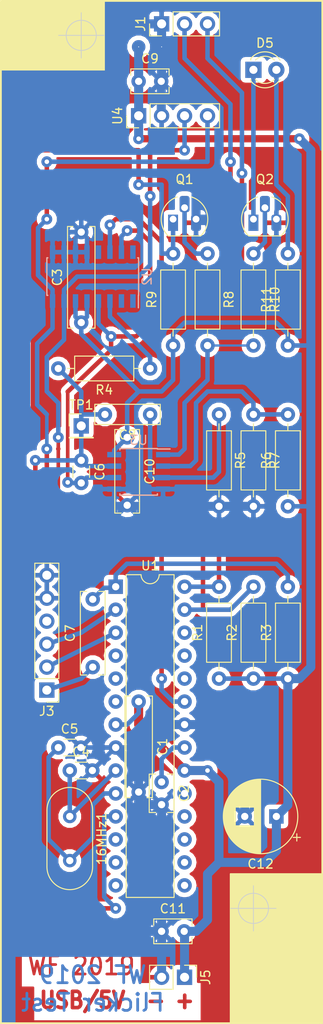
<source format=kicad_pcb>
(kicad_pcb (version 20171130) (host pcbnew "(5.0.2-4-g3082e92af)")
  (layers (0 F.Cu signal) (31 B.Cu signal) (34 B.Paste user) (35 F.Paste user) (36 B.SilkS user) (37 F.SilkS user) (38 B.Mask user) (39 F.Mask user) (44 Edge.Cuts user))
  (net 0 "")
  (net 1 "Net-(16MHz1-Pad1)")
  (net 2 "Net-(16MHz1-Pad2)")
  (net 3 +5V)
  (net 4 GNDD)
  (net 5 "Net-(C2-Pad1)")
  (net 6 /ADC0)
  (net 7 "Net-(C6-Pad2)")
  (net 8 "Net-(C7-Pad2)")
  (net 9 /RST)
  (net 10 "Net-(C8-Pad1)")
  (net 11 "Net-(D5-Pad1)")
  (net 12 "Net-(D5-Pad2)")
  (net 13 "Net-(J1-Pad2)")
  (net 14 /TX)
  (net 15 /RX)
  (net 16 "Net-(J3-Pad4)")
  (net 17 "Net-(Q1-Pad2)")
  (net 18 "Net-(Q2-Pad2)")
  (net 19 /SCL)
  (net 20 /SDA)
  (net 21 "Net-(R4-Pad1)")
  (net 22 "Net-(R6-Pad2)")
  (net 23 "Net-(R10-Pad2)")
  (net 24 "Net-(U1-Pad15)")
  (net 25 "Net-(U1-Pad16)")
  (net 26 "Net-(U1-Pad17)")
  (net 27 "Net-(U1-Pad4)")
  (net 28 "Net-(U1-Pad18)")
  (net 29 "Net-(U1-Pad5)")
  (net 30 "Net-(U1-Pad19)")
  (net 31 "Net-(U1-Pad6)")
  (net 32 "Net-(U1-Pad24)")
  (net 33 "Net-(U1-Pad25)")
  (net 34 "Net-(U1-Pad12)")
  (net 35 "Net-(U1-Pad26)")
  (net 36 "Net-(U1-Pad13)")
  (net 37 "Net-(U2-Pad1)")
  (net 38 "Net-(U2-Pad2)")
  (net 39 "Net-(U2-Pad13)")
  (net 40 "Net-(U2-Pad16)")
  (net 41 /TMR1-T1Clock)
  (net 42 "Net-(U1-Pad14)")
  (module Package_TO_SOT_THT:TO-92_HandSolder (layer F.Cu) (at 67.31 90.17)
    (fp_text reference Q1 (at 1.27 -4.4) (layer F.SilkS))
    (fp_text value BC547)
    (pad 1 thru_hole rect (at 0 0) (size 1.1 1.8) (drill 0.75 (offset 0 0.4)) (layers *.Cu *.Mask) (net 41 /TMR1-T1Clock))
    (pad 3 thru_hole roundrect (at 2.54 0) (size 1.1 1.8) (drill 0.75 (offset 0 0.4)) (layers *.Cu *.Mask) (net 4 GNDD))
    (pad 2 thru_hole roundrect (at 1.27 -1.27) (size 1.1 1.8) (drill 0.75 (offset 0 -0.4)) (layers *.Cu *.Mask) (net 17 "Net-(Q1-Pad2)"))
  )
  (module Package_TO_SOT_THT:TO-92_HandSolder (layer F.Cu) (at 76.2 90.17)
    (fp_text reference Q2 (at 1.27 -4.4) (layer F.SilkS))
    (fp_text value BC547)
    (pad 1 thru_hole rect (at 0 0) (size 1.1 1.8) (drill 0.75 (offset 0 0.4)) (layers *.Cu *.Mask) (net 11 "Net-(D5-Pad1)"))
    (pad 3 thru_hole roundrect (at 2.54 0) (size 1.1 1.8) (drill 0.75 (offset 0 0.4)) (layers *.Cu *.Mask) (net 4 GNDD))
    (pad 2 thru_hole roundrect (at 1.27 -1.27) (size 1.1 1.8) (drill 0.75 (offset 0 -0.4)) (layers *.Cu *.Mask) (net 18 "Net-(Q2-Pad2)"))
  )
  (module Capacitor_THT:C_Rect_L7.0mm_W2.0mm_P5.00mm (layer F.Cu) (at 64.77 111.76 180)
    (fp_text reference C8 (at 2.5 -2.25 180) (layer F.SilkS))
    (fp_text value 100n)
    (pad 2 thru_hole circle (at 5 0 180) (size 1.6 1.6) (drill 0.8) (layers *.Cu *.Mask) (net 6 /ADC0))
    (pad 1 thru_hole circle (at 0 0 180) (size 1.6 1.6) (drill 0.8) (layers *.Cu *.Mask) (net 10 "Net-(C8-Pad1)"))
  )
  (module Package_SO:SOIC-16_3.9x9.9mm_P1.27mm (layer B.Cu) (at 58.42 96.52 90)
    (fp_text reference U2 (at 0 6 90) (layer B.SilkS) (effects (justify mirror)))
    (fp_text value AD5242)
    (pad 1 smd rect (at -2.7 4.445 90) (size 1.5 0.6) (layers B.Cu B.Paste B.Mask) (net 37 "Net-(U2-Pad1)"))
    (pad 2 smd rect (at -2.7 3.175 90) (size 1.5 0.6) (layers B.Cu B.Paste B.Mask) (net 38 "Net-(U2-Pad2)"))
    (pad 3 smd rect (at -2.7 1.905 90) (size 1.5 0.6) (layers B.Cu B.Paste B.Mask) (net 21 "Net-(R4-Pad1)"))
    (pad 4 smd rect (at -2.7 0.635 90) (size 1.5 0.6) (layers B.Cu B.Paste B.Mask) (net 7 "Net-(C6-Pad2)"))
    (pad 5 smd rect (at -2.7 -0.635 90) (size 1.5 0.6) (layers B.Cu B.Paste B.Mask) (net 3 +5V))
    (pad 6 smd rect (at -2.7 -1.905 90) (size 1.5 0.6) (layers B.Cu B.Paste B.Mask) (net 3 +5V))
    (pad 7 smd rect (at -2.7 -3.175 90) (size 1.5 0.6) (layers B.Cu B.Paste B.Mask) (net 19 /SCL))
    (pad 8 smd rect (at -2.7 -4.445 90) (size 1.5 0.6) (layers B.Cu B.Paste B.Mask) (net 20 /SDA))
    (pad 9 smd rect (at 2.7 -4.445 90) (size 1.5 0.6) (layers B.Cu B.Paste B.Mask) (net 4 GNDD))
    (pad 10 smd rect (at 2.7 -3.175 90) (size 1.5 0.6) (layers B.Cu B.Paste B.Mask) (net 4 GNDD))
    (pad 11 smd rect (at 2.7 -1.905 90) (size 1.5 0.6) (layers B.Cu B.Paste B.Mask) (net 4 GNDD))
    (pad 12 smd rect (at 2.7 -0.635 90) (size 1.5 0.6) (layers B.Cu B.Paste B.Mask) (net 4 GNDD))
    (pad 13 smd rect (at 2.7 0.635 90) (size 1.5 0.6) (layers B.Cu B.Paste B.Mask) (net 39 "Net-(U2-Pad13)"))
    (pad 14 smd rect (at 2.7 1.905 90) (size 1.5 0.6) (layers B.Cu B.Paste B.Mask) (net 13 "Net-(J1-Pad2)"))
    (pad 15 smd rect (at 2.7 3.175 90) (size 1.5 0.6) (layers B.Cu B.Paste B.Mask) (net 7 "Net-(C6-Pad2)"))
    (pad 16 smd rect (at 2.7 4.445 90) (size 1.5 0.6) (layers B.Cu B.Paste B.Mask) (net 40 "Net-(U2-Pad16)"))
  )
  (module Capacitor_THT:C_Disc_D3.0mm_W1.6mm_P2.50mm (layer F.Cu) (at 57.15 116.84 270)
    (fp_text reference C6 (at 1.25 -2.05 270) (layer F.SilkS))
    (fp_text value 12p)
    (pad 2 thru_hole circle (at 2.5 0 270) (size 1.6 1.6) (drill 0.8) (layers *.Cu *.Mask) (net 7 "Net-(C6-Pad2)"))
    (pad 1 thru_hole circle (at 0 0 270) (size 1.6 1.6) (drill 0.8) (layers *.Cu *.Mask) (net 6 /ADC0))
  )
  (module Capacitor_THT:CP_Radial_D8.0mm_P3.50mm (layer F.Cu) (at 78.74 156.21 180)
    (fp_text reference C12 (at 1.75 -5.25 180) (layer F.SilkS))
    (fp_text value 1000µ)
    (pad 1 thru_hole rect (at 0 0 180) (size 1.6 1.6) (drill 0.8) (layers *.Cu *.Mask) (net 3 +5V))
    (pad 2 thru_hole circle (at 3.5 0 180) (size 1.6 1.6) (drill 0.8) (layers *.Cu *.Mask) (net 4 GNDD))
  )
  (module Capacitor_THT:C_Rect_L9.0mm_W2.5mm_P7.50mm_MKT (layer F.Cu) (at 62.23 114.3 270)
    (fp_text reference C10 (at 3.75 -2.5 270) (layer F.SilkS))
    (fp_text value 100n)
    (pad 1 thru_hole circle (at 0 0 270) (size 1.6 1.6) (drill 0.8) (layers *.Cu *.Mask) (net 3 +5V))
    (pad 2 thru_hole circle (at 7.5 0 270) (size 1.6 1.6) (drill 0.8) (layers *.Cu *.Mask) (net 4 GNDD))
  )
  (module Capacitor_THT:C_Rect_L9.0mm_W2.5mm_P7.50mm_MKT (layer F.Cu) (at 58.42 139.7 90)
    (fp_text reference C7 (at 3.75 -2.5 90) (layer F.SilkS))
    (fp_text value 100n)
    (pad 2 thru_hole circle (at 7.5 0 90) (size 1.6 1.6) (drill 0.8) (layers *.Cu *.Mask) (net 8 "Net-(C7-Pad2)"))
    (pad 1 thru_hole circle (at 0 0 90) (size 1.6 1.6) (drill 0.8) (layers *.Cu *.Mask) (net 9 /RST))
  )
  (module Capacitor_THT:C_Rect_L11.0mm_W2.8mm_P10.00mm_MKT (layer F.Cu) (at 63.5 143.51 270)
    (fp_text reference C1 (at 5 -2.65 270) (layer F.SilkS))
    (fp_text value 100n)
    (pad 2 thru_hole circle (at 10 0 270) (size 1.6 1.6) (drill 0.8) (layers *.Cu *.Mask) (net 4 GNDD))
    (pad 1 thru_hole circle (at 0 0 270) (size 1.6 1.6) (drill 0.8) (layers *.Cu *.Mask) (net 3 +5V))
  )
  (module Capacitor_THT:C_Rect_L11.0mm_W2.8mm_P10.00mm_MKT (layer F.Cu) (at 57.15 101.6 90)
    (fp_text reference C3 (at 5 -2.65 90) (layer F.SilkS))
    (fp_text value 100n)
    (pad 2 thru_hole circle (at 10 0 90) (size 1.6 1.6) (drill 0.8) (layers *.Cu *.Mask) (net 4 GNDD))
    (pad 1 thru_hole circle (at 0 0 90) (size 1.6 1.6) (drill 0.8) (layers *.Cu *.Mask) (net 3 +5V))
  )
  (module Connector_PinHeader_2.54mm:PinHeader_1x02_P2.54mm_Vertical (layer F.Cu) (at 68.58 173.99 270)
    (fp_text reference J5 (at 0 -2.33 270) (layer F.SilkS))
    (fp_text value "PWR(5V)")
    (pad 2 thru_hole oval (at 0 2.54 270) (size 1.7 1.7) (drill 1) (layers *.Cu *.Mask) (net 4 GNDD))
    (pad 1 thru_hole rect (at 0 0 270) (size 1.7 1.7) (drill 1) (layers *.Cu *.Mask) (net 3 +5V))
  )
  (module Capacitor_THT:C_Rect_L4.0mm_W2.5mm_P2.50mm (layer F.Cu) (at 66.04 152.4 270)
    (fp_text reference C2 (at 1.25 -2.5 270) (layer F.SilkS))
    (fp_text value 100n)
    (pad 2 thru_hole circle (at 2.5 0 270) (size 1.6 1.6) (drill 0.8) (layers *.Cu *.Mask) (net 4 GNDD))
    (pad 1 thru_hole circle (at 0 0 270) (size 1.6 1.6) (drill 0.8) (layers *.Cu *.Mask) (net 5 "Net-(C2-Pad1)"))
  )
  (module Capacitor_THT:C_Disc_D3.0mm_W1.6mm_P2.50mm (layer F.Cu) (at 55.88 151.13)
    (fp_text reference C4 (at 1.25 -2.05) (layer F.SilkS))
    (fp_text value 22p)
    (pad 2 thru_hole circle (at 2.5 0) (size 1.6 1.6) (drill 0.8) (layers *.Cu *.Mask) (net 4 GNDD))
    (pad 1 thru_hole circle (at 0 0) (size 1.6 1.6) (drill 0.8) (layers *.Cu *.Mask) (net 1 "Net-(16MHz1-Pad1)"))
  )
  (module Capacitor_THT:C_Disc_D3.0mm_W1.6mm_P2.50mm (layer F.Cu) (at 54.61 148.59)
    (fp_text reference C5 (at 1.25 -2.05) (layer F.SilkS))
    (fp_text value 22p)
    (pad 1 thru_hole circle (at 0 0) (size 1.6 1.6) (drill 0.8) (layers *.Cu *.Mask) (net 2 "Net-(16MHz1-Pad2)"))
    (pad 2 thru_hole circle (at 2.5 0) (size 1.6 1.6) (drill 0.8) (layers *.Cu *.Mask) (net 4 GNDD))
  )
  (module Capacitor_THT:C_Rect_L4.0mm_W2.5mm_P2.50mm (layer F.Cu) (at 63.5 74.93)
    (fp_text reference C9 (at 1.25 -2.5) (layer F.SilkS))
    (fp_text value 100n)
    (pad 1 thru_hole circle (at 0 0) (size 1.6 1.6) (drill 0.8) (layers *.Cu *.Mask) (net 3 +5V))
    (pad 2 thru_hole circle (at 2.5 0) (size 1.6 1.6) (drill 0.8) (layers *.Cu *.Mask) (net 4 GNDD))
  )
  (module Capacitor_THT:C_Rect_L4.0mm_W2.5mm_P2.50mm (layer F.Cu) (at 66.04 168.91)
    (fp_text reference C11 (at 1.25 -2.5) (layer F.SilkS))
    (fp_text value 100n)
    (pad 1 thru_hole circle (at 0 0) (size 1.6 1.6) (drill 0.8) (layers *.Cu *.Mask) (net 4 GNDD))
    (pad 2 thru_hole circle (at 2.5 0) (size 1.6 1.6) (drill 0.8) (layers *.Cu *.Mask) (net 3 +5V))
  )
  (module Connector_PinHeader_2.54mm:PinHeader_1x03_P2.54mm_Vertical (layer F.Cu) (at 66.04 68.58 90)
    (fp_text reference J1 (at 0 -2.33 90) (layer F.SilkS))
    (fp_text value Ds)
    (pad 3 thru_hole oval (at 0 5.08 90) (size 1.7 1.7) (drill 1) (layers *.Cu *.Mask) (net 7 "Net-(C6-Pad2)"))
    (pad 2 thru_hole oval (at 0 2.54 90) (size 1.7 1.7) (drill 1) (layers *.Cu *.Mask) (net 13 "Net-(J1-Pad2)"))
    (pad 1 thru_hole rect (at 0 0 90) (size 1.7 1.7) (drill 1) (layers *.Cu *.Mask) (net 4 GNDD))
  )
  (module Connector_PinHeader_2.54mm:PinHeader_1x06_P2.54mm_Vertical (layer F.Cu) (at 53.34 142.24 180)
    (fp_text reference J3 (at 0 -2.33 180) (layer F.SilkS))
    (fp_text value FTDI)
    (pad 1 thru_hole rect (at 0 0 180) (size 1.7 1.7) (drill 1) (layers *.Cu *.Mask) (net 9 /RST))
    (pad 2 thru_hole oval (at 0 2.54 180) (size 1.7 1.7) (drill 1) (layers *.Cu *.Mask) (net 14 /TX))
    (pad 3 thru_hole oval (at 0 5.08 180) (size 1.7 1.7) (drill 1) (layers *.Cu *.Mask) (net 15 /RX))
    (pad 4 thru_hole oval (at 0 7.62 180) (size 1.7 1.7) (drill 1) (layers *.Cu *.Mask) (net 16 "Net-(J3-Pad4)"))
    (pad 5 thru_hole oval (at 0 10.16 180) (size 1.7 1.7) (drill 1) (layers *.Cu *.Mask) (net 4 GNDD))
    (pad 6 thru_hole oval (at 0 12.7 180) (size 1.7 1.7) (drill 1) (layers *.Cu *.Mask) (net 4 GNDD))
  )
  (module Resistor_THT:R_Axial_DIN0207_L6.3mm_D2.5mm_P10.16mm_Horizontal (layer F.Cu) (at 72.39 140.97 90)
    (fp_text reference R1 (at 5.08 -2.37 90) (layer F.SilkS))
    (fp_text value 10k)
    (pad 2 thru_hole oval (at 10.16 0 90) (size 1.6 1.6) (drill 0.8) (layers *.Cu *.Mask) (net 19 /SCL))
    (pad 1 thru_hole circle (at 0 0 90) (size 1.6 1.6) (drill 0.8) (layers *.Cu *.Mask) (net 3 +5V))
  )
  (module Resistor_THT:R_Axial_DIN0207_L6.3mm_D2.5mm_P10.16mm_Horizontal (layer F.Cu) (at 76.2 140.97 90)
    (fp_text reference R2 (at 5.08 -2.37 90) (layer F.SilkS))
    (fp_text value 10k)
    (pad 2 thru_hole oval (at 10.16 0 90) (size 1.6 1.6) (drill 0.8) (layers *.Cu *.Mask) (net 20 /SDA))
    (pad 1 thru_hole circle (at 0 0 90) (size 1.6 1.6) (drill 0.8) (layers *.Cu *.Mask) (net 3 +5V))
  )
  (module Resistor_THT:R_Axial_DIN0207_L6.3mm_D2.5mm_P10.16mm_Horizontal (layer F.Cu) (at 80.01 140.97 90)
    (fp_text reference R3 (at 5.08 -2.37 90) (layer F.SilkS))
    (fp_text value 10k)
    (pad 1 thru_hole circle (at 0 0 90) (size 1.6 1.6) (drill 0.8) (layers *.Cu *.Mask) (net 3 +5V))
    (pad 2 thru_hole oval (at 10.16 0 90) (size 1.6 1.6) (drill 0.8) (layers *.Cu *.Mask) (net 8 "Net-(C7-Pad2)"))
  )
  (module Resistor_THT:R_Axial_DIN0207_L6.3mm_D2.5mm_P10.16mm_Horizontal (layer F.Cu) (at 64.77 106.68 180)
    (fp_text reference R4 (at 5.08 -2.37 180) (layer F.SilkS))
    (fp_text value 10k)
    (pad 1 thru_hole circle (at 0 0 180) (size 1.6 1.6) (drill 0.8) (layers *.Cu *.Mask) (net 21 "Net-(R4-Pad1)"))
    (pad 2 thru_hole oval (at 10.16 0 180) (size 1.6 1.6) (drill 0.8) (layers *.Cu *.Mask) (net 6 /ADC0))
  )
  (module Resistor_THT:R_Axial_DIN0207_L6.3mm_D2.5mm_P10.16mm_Horizontal (layer F.Cu) (at 72.39 111.76 270)
    (fp_text reference R5 (at 5.08 -2.37 270) (layer F.SilkS))
    (fp_text value 1M)
    (pad 2 thru_hole oval (at 10.16 0 270) (size 1.6 1.6) (drill 0.8) (layers *.Cu *.Mask) (net 4 GNDD))
    (pad 1 thru_hole circle (at 0 0 270) (size 1.6 1.6) (drill 0.8) (layers *.Cu *.Mask) (net 10 "Net-(C8-Pad1)"))
  )
  (module Resistor_THT:R_Axial_DIN0207_L6.3mm_D2.5mm_P10.16mm_Horizontal (layer F.Cu) (at 80.01 121.92 90)
    (fp_text reference R6 (at 5.08 -2.37 90) (layer F.SilkS))
    (fp_text value 120k)
    (pad 1 thru_hole circle (at 0 0 90) (size 1.6 1.6) (drill 0.8) (layers *.Cu *.Mask) (net 3 +5V))
    (pad 2 thru_hole oval (at 10.16 0 90) (size 1.6 1.6) (drill 0.8) (layers *.Cu *.Mask) (net 22 "Net-(R6-Pad2)"))
  )
  (module Resistor_THT:R_Axial_DIN0207_L6.3mm_D2.5mm_P10.16mm_Horizontal (layer F.Cu) (at 76.2 111.76 270)
    (fp_text reference R7 (at 5.08 -2.37 270) (layer F.SilkS))
    (fp_text value 1,5k)
    (pad 1 thru_hole circle (at 0 0 270) (size 1.6 1.6) (drill 0.8) (layers *.Cu *.Mask) (net 22 "Net-(R6-Pad2)"))
    (pad 2 thru_hole oval (at 10.16 0 270) (size 1.6 1.6) (drill 0.8) (layers *.Cu *.Mask) (net 4 GNDD))
  )
  (module Resistor_THT:R_Axial_DIN0207_L6.3mm_D2.5mm_P10.16mm_Horizontal (layer F.Cu) (at 71.12 93.98 270)
    (fp_text reference R8 (at 5.08 -2.37 270) (layer F.SilkS))
    (fp_text value 1k)
    (pad 2 thru_hole oval (at 10.16 0 270) (size 1.6 1.6) (drill 0.8) (layers *.Cu *.Mask) (net 23 "Net-(R10-Pad2)"))
    (pad 1 thru_hole circle (at 0 0 270) (size 1.6 1.6) (drill 0.8) (layers *.Cu *.Mask) (net 17 "Net-(Q1-Pad2)"))
  )
  (module Resistor_THT:R_Axial_DIN0207_L6.3mm_D2.5mm_P10.16mm_Horizontal (layer F.Cu) (at 67.31 104.14 90)
    (fp_text reference R9 (at 5.08 -2.37 90) (layer F.SilkS))
    (fp_text value 1,5k)
    (pad 2 thru_hole oval (at 10.16 0 90) (size 1.6 1.6) (drill 0.8) (layers *.Cu *.Mask) (net 41 /TMR1-T1Clock))
    (pad 1 thru_hole circle (at 0 0 90) (size 1.6 1.6) (drill 0.8) (layers *.Cu *.Mask) (net 3 +5V))
  )
  (module Resistor_THT:R_Axial_DIN0207_L6.3mm_D2.5mm_P10.16mm_Horizontal (layer F.Cu) (at 76.2 93.98 270)
    (fp_text reference R10 (at 5.08 -2.37 270) (layer F.SilkS))
    (fp_text value 100k)
    (pad 1 thru_hole circle (at 0 0 270) (size 1.6 1.6) (drill 0.8) (layers *.Cu *.Mask) (net 18 "Net-(Q2-Pad2)"))
    (pad 2 thru_hole oval (at 10.16 0 270) (size 1.6 1.6) (drill 0.8) (layers *.Cu *.Mask) (net 23 "Net-(R10-Pad2)"))
  )
  (module Resistor_THT:R_Axial_DIN0207_L6.3mm_D2.5mm_P10.16mm_Horizontal (layer F.Cu) (at 80.01 104.14 90)
    (fp_text reference R11 (at 5.08 -2.37 90) (layer F.SilkS))
    (fp_text value 1,5k)
    (pad 1 thru_hole circle (at 0 0 90) (size 1.6 1.6) (drill 0.8) (layers *.Cu *.Mask) (net 3 +5V))
    (pad 2 thru_hole oval (at 10.16 0 90) (size 1.6 1.6) (drill 0.8) (layers *.Cu *.Mask) (net 12 "Net-(D5-Pad2)"))
  )
  (module Connector_PinHeader_2.54mm:PinHeader_1x01_P2.54mm_Vertical (layer F.Cu) (at 57.15 113.03)
    (fp_text reference TP1 (at 0 -2.33) (layer F.SilkS))
    (fp_text value TestPoint)
    (pad 1 thru_hole rect (at 0 0) (size 1.7 1.7) (drill 1) (layers *.Cu *.Mask) (net 6 /ADC0))
  )
  (module Package_DIP:DIP-28_W7.62mm (layer F.Cu) (at 60.96 130.81)
    (fp_text reference U1 (at 3.81 -2.33) (layer F.SilkS))
    (fp_text value ATmega328P-PU)
    (pad 1 thru_hole rect (at 0 0) (size 1.6 1.6) (drill 0.8) (layers *.Cu *.Mask) (net 8 "Net-(C7-Pad2)"))
    (pad 15 thru_hole oval (at 7.62 33.02) (size 1.6 1.6) (drill 0.8) (layers *.Cu *.Mask) (net 24 "Net-(U1-Pad15)"))
    (pad 2 thru_hole oval (at 0 2.54) (size 1.6 1.6) (drill 0.8) (layers *.Cu *.Mask) (net 15 /RX))
    (pad 16 thru_hole oval (at 7.62 30.48) (size 1.6 1.6) (drill 0.8) (layers *.Cu *.Mask) (net 25 "Net-(U1-Pad16)"))
    (pad 3 thru_hole oval (at 0 5.08) (size 1.6 1.6) (drill 0.8) (layers *.Cu *.Mask) (net 14 /TX))
    (pad 17 thru_hole oval (at 7.62 27.94) (size 1.6 1.6) (drill 0.8) (layers *.Cu *.Mask) (net 26 "Net-(U1-Pad17)"))
    (pad 4 thru_hole oval (at 0 7.62) (size 1.6 1.6) (drill 0.8) (layers *.Cu *.Mask) (net 27 "Net-(U1-Pad4)"))
    (pad 18 thru_hole oval (at 7.62 25.4) (size 1.6 1.6) (drill 0.8) (layers *.Cu *.Mask) (net 28 "Net-(U1-Pad18)"))
    (pad 5 thru_hole oval (at 0 10.16) (size 1.6 1.6) (drill 0.8) (layers *.Cu *.Mask) (net 29 "Net-(U1-Pad5)"))
    (pad 19 thru_hole oval (at 7.62 22.86) (size 1.6 1.6) (drill 0.8) (layers *.Cu *.Mask) (net 30 "Net-(U1-Pad19)"))
    (pad 6 thru_hole oval (at 0 12.7) (size 1.6 1.6) (drill 0.8) (layers *.Cu *.Mask) (net 31 "Net-(U1-Pad6)"))
    (pad 20 thru_hole oval (at 7.62 20.32) (size 1.6 1.6) (drill 0.8) (layers *.Cu *.Mask) (net 3 +5V))
    (pad 7 thru_hole oval (at 0 15.24) (size 1.6 1.6) (drill 0.8) (layers *.Cu *.Mask) (net 3 +5V))
    (pad 21 thru_hole oval (at 7.62 17.78) (size 1.6 1.6) (drill 0.8) (layers *.Cu *.Mask) (net 5 "Net-(C2-Pad1)"))
    (pad 8 thru_hole oval (at 0 17.78) (size 1.6 1.6) (drill 0.8) (layers *.Cu *.Mask) (net 4 GNDD))
    (pad 22 thru_hole oval (at 7.62 15.24) (size 1.6 1.6) (drill 0.8) (layers *.Cu *.Mask) (net 4 GNDD))
    (pad 9 thru_hole oval (at 0 20.32) (size 1.6 1.6) (drill 0.8) (layers *.Cu *.Mask) (net 1 "Net-(16MHz1-Pad1)"))
    (pad 23 thru_hole oval (at 7.62 12.7) (size 1.6 1.6) (drill 0.8) (layers *.Cu *.Mask) (net 6 /ADC0))
    (pad 10 thru_hole oval (at 0 22.86) (size 1.6 1.6) (drill 0.8) (layers *.Cu *.Mask) (net 2 "Net-(16MHz1-Pad2)"))
    (pad 24 thru_hole oval (at 7.62 10.16) (size 1.6 1.6) (drill 0.8) (layers *.Cu *.Mask) (net 32 "Net-(U1-Pad24)"))
    (pad 11 thru_hole oval (at 0 25.4) (size 1.6 1.6) (drill 0.8) (layers *.Cu *.Mask) (net 41 /TMR1-T1Clock))
    (pad 25 thru_hole oval (at 7.62 7.62) (size 1.6 1.6) (drill 0.8) (layers *.Cu *.Mask) (net 33 "Net-(U1-Pad25)"))
    (pad 12 thru_hole oval (at 0 27.94) (size 1.6 1.6) (drill 0.8) (layers *.Cu *.Mask) (net 34 "Net-(U1-Pad12)"))
    (pad 26 thru_hole oval (at 7.62 5.08) (size 1.6 1.6) (drill 0.8) (layers *.Cu *.Mask) (net 35 "Net-(U1-Pad26)"))
    (pad 13 thru_hole oval (at 0 30.48) (size 1.6 1.6) (drill 0.8) (layers *.Cu *.Mask) (net 36 "Net-(U1-Pad13)"))
    (pad 27 thru_hole oval (at 7.62 2.54) (size 1.6 1.6) (drill 0.8) (layers *.Cu *.Mask) (net 20 /SDA))
    (pad 14 thru_hole oval (at 0 33.02) (size 1.6 1.6) (drill 0.8) (layers *.Cu *.Mask) (net 42 "Net-(U1-Pad14)"))
    (pad 28 thru_hole oval (at 7.62 0) (size 1.6 1.6) (drill 0.8) (layers *.Cu *.Mask) (net 19 /SCL))
  )
  (module Package_SO:SOIC-8_3.9x4.9mm_P1.27mm (layer B.Cu) (at 63.5 118.11 180)
    (fp_text reference U3 (at 0 3.5 180) (layer B.SilkS) (effects (justify mirror)))
    (fp_text value AD823A)
    (pad 8 smd rect (at 2.7 1.905 180) (size 1.55 0.6) (layers B.Cu B.Paste B.Mask) (net 3 +5V))
    (pad 7 smd rect (at 2.7 0.635 180) (size 1.55 0.6) (layers B.Cu B.Paste B.Mask) (net 6 /ADC0))
    (pad 6 smd rect (at 2.7 -0.635 180) (size 1.55 0.6) (layers B.Cu B.Paste B.Mask) (net 7 "Net-(C6-Pad2)"))
    (pad 5 smd rect (at 2.7 -1.905 180) (size 1.55 0.6) (layers B.Cu B.Paste B.Mask) (net 4 GNDD))
    (pad 4 smd rect (at -2.7 -1.905 180) (size 1.55 0.6) (layers B.Cu B.Paste B.Mask) (net 4 GNDD))
    (pad 3 smd rect (at -2.7 -0.635 180) (size 1.55 0.6) (layers B.Cu B.Paste B.Mask) (net 10 "Net-(C8-Pad1)"))
    (pad 2 smd rect (at -2.7 0.635 180) (size 1.55 0.6) (layers B.Cu B.Paste B.Mask) (net 22 "Net-(R6-Pad2)"))
    (pad 1 smd rect (at -2.7 1.905 180) (size 1.55 0.6) (layers B.Cu B.Paste B.Mask) (net 23 "Net-(R10-Pad2)"))
  )
  (module Connector_PinHeader_2.54mm:PinHeader_1x04_P2.54mm_Vertical (layer F.Cu) (at 63.5 78.74 90)
    (fp_text reference U4 (at 0 -2.33 90) (layer F.SilkS))
    (fp_text value Display)
    (pad 1 thru_hole rect (at 0 0 90) (size 1.7 1.7) (drill 1) (layers *.Cu *.Mask) (net 3 +5V))
    (pad 2 thru_hole oval (at 0 2.54 90) (size 1.7 1.7) (drill 1) (layers *.Cu *.Mask) (net 4 GNDD))
    (pad 3 thru_hole oval (at 0 5.08 90) (size 1.7 1.7) (drill 1) (layers *.Cu *.Mask) (net 19 /SCL))
    (pad 4 thru_hole oval (at 0 7.62 90) (size 1.7 1.7) (drill 1) (layers *.Cu *.Mask) (net 20 /SDA))
  )
  (module Crystal:Crystal_HC49-U_Vertical (layer F.Cu) (at 55.88 156.21 270)
    (fp_text reference 16MHz1 (at 2.44 -3.525 270) (layer F.SilkS))
    (fp_text value Q)
    (pad 1 thru_hole circle (at 0 0 270) (size 1.5 1.5) (drill 0.8) (layers *.Cu *.Mask) (net 1 "Net-(16MHz1-Pad1)"))
    (pad 2 thru_hole circle (at 4.88 0 270) (size 1.5 1.5) (drill 0.8) (layers *.Cu *.Mask) (net 2 "Net-(16MHz1-Pad2)"))
  )
  (module LED_THT:LED_D3.0mm (layer F.Cu) (at 76.2 73.66)
    (fp_text reference D5 (at 1.27 -2.96) (layer F.SilkS))
    (fp_text value LED)
    (pad 1 thru_hole rect (at 0 0) (size 1.8 1.8) (drill 0.9) (layers *.Cu *.Mask) (net 11 "Net-(D5-Pad1)"))
    (pad 2 thru_hole circle (at 2.54 0) (size 1.8 1.8) (drill 0.9) (layers *.Cu *.Mask) (net 12 "Net-(D5-Pad2)"))
  )
  (gr_text "WF 2019\nFlicker Test" (at 58.42 175.26) (layer B.Cu) (effects (font (size 1.9 1.8) (thickness 0.3)) (justify mirror)))
  (gr_text "WF 2019" (at 57.15 172.72) (layer F.Cu) (effects (font (size 2 1.8) (thickness 0.3))))
  (gr_text "USB/5V  - +" (at 69.85 176.53) (layer F.Cu) (effects (font (size 1.8 1.6) (thickness 0.4)) (justify right)))
  (target plus (at 57.15 69.85) (size 5) (width 0.1) (layer Edge.Cuts))
  (target plus (at 76.2 166.37) (size 5) (width 0.1) (layer Edge.Cuts))
  (gr_poly (pts (xy 48.26 66.04) (xy 48.26 73.66) (xy 59.69 73.66) (xy 59.69 66.04)) (layer F.SilkS) (width 0.15))
  (gr_poly (pts (xy 83.82 179.07) (xy 83.82 162.56) (xy 73.66 162.56) (xy 73.66 179.07)) (layer F.SilkS) (width 0.15))
  (gr_line (start 48.26 66.04) (end 48.26 179.07) (layer F.SilkS) (width 0.2))
  (gr_line (start 83.82 66.04) (end 48.26 66.04) (layer F.SilkS) (width 0.2))
  (gr_line (start 83.82 179.07) (end 83.82 66.04) (layer F.SilkS) (width 0.2))
  (gr_line (start 48.26 179.07) (end 83.82 179.07) (layer F.SilkS) (width 0.2))
  (segment (start 55.88 156.21) (end 55.88 151.13) (width 0.5) (layer B.Cu) (net 1))
  (segment (start 60.96 151.13) (end 55.88 156.21) (width 0.5) (layer B.Cu) (net 1))
  (segment (start 60.96 153.67) (end 59.69 153.67) (width 0.5) (layer B.Cu) (net 2))
  (segment (start 59.69 153.67) (end 58.42 154.94) (width 0.5) (layer B.Cu) (net 2))
  (segment (start 58.42 158.55) (end 55.88 161.09) (width 0.5) (layer B.Cu) (net 2))
  (segment (start 58.42 154.94) (end 58.42 158.55) (width 0.5) (layer B.Cu) (net 2))
  (segment (start 55.88 161.09) (end 53.54 158.75) (width 0.5) (layer B.Cu) (net 2))
  (segment (start 53.54 149.66) (end 54.61 148.59) (width 0.5) (layer B.Cu) (net 2))
  (segment (start 53.54 158.75) (end 53.54 149.66) (width 0.5) (layer B.Cu) (net 2))
  (segment (start 60.96 146.05) (end 62.23 146.05) (width 0.5) (layer B.Cu) (net 3))
  (segment (start 62.23 146.05) (end 63.5 144.78) (width 0.5) (layer B.Cu) (net 3))
  (segment (start 63.5 144.78) (end 63.5 143.51) (width 0.5) (layer B.Cu) (net 3))
  (segment (start 68.58 168.95) (end 68.54 168.91) (width 0.5) (layer B.Cu) (net 3))
  (segment (start 68.58 173.99) (end 68.58 168.95) (width 1) (layer B.Cu) (net 3))
  (segment (start 68.54 168.91) (end 69.85 168.91) (width 1) (layer B.Cu) (net 3))
  (segment (start 69.85 168.91) (end 71.12 167.64) (width 1) (layer B.Cu) (net 3))
  (segment (start 71.12 167.64) (end 71.12 162.56) (width 1) (layer B.Cu) (net 3))
  (segment (start 71.12 162.56) (end 72.39 161.29) (width 1) (layer B.Cu) (net 3))
  (segment (start 72.39 161.29) (end 77.47 161.29) (width 1) (layer B.Cu) (net 3))
  (segment (start 78.74 160.02) (end 78.74 156.21) (width 1) (layer B.Cu) (net 3))
  (segment (start 77.47 161.29) (end 78.74 160.02) (width 1) (layer B.Cu) (net 3))
  (segment (start 68.58 151.13) (end 71.12 151.13) (width 1) (layer B.Cu) (net 3))
  (segment (start 71.12 151.13) (end 72.39 152.4) (width 1) (layer B.Cu) (net 3))
  (segment (start 72.39 152.4) (end 72.39 161.29) (width 1) (layer B.Cu) (net 3))
  (segment (start 72.39 140.97) (end 80.01 140.97) (width 0.5) (layer B.Cu) (net 3))
  (segment (start 80.01 154.94) (end 78.74 156.21) (width 1) (layer B.Cu) (net 3))
  (segment (start 80.01 140.97) (end 80.01 154.94) (width 1) (layer B.Cu) (net 3))
  (segment (start 63.5 146.05) (end 68.58 151.13) (width 1) (layer F.Cu) (net 3))
  (segment (start 63.5 143.51) (end 63.5 146.05) (width 1) (layer F.Cu) (net 3))
  (segment (start 68.58 151.13) (end 71.12 151.13) (width 1) (layer F.Cu) (net 3))
  (segment (start 71.12 151.13) (end 71.12 151.13) (width 1) (layer B.Cu) (net 3))
  (via (at 71.12 151.13) (size 1.2) (drill 0.5) (layers F.Cu B.Cu) (net 3))
  (segment (start 71.12 151.13) (end 71.12 151.13) (width 1) (layer B.Cu) (net 3))
  (via (at 71.12 151.13) (size 1.2) (drill 0.5) (layers F.Cu B.Cu) (net 3))
  (segment (start 81.28 140.97) (end 80.01 140.97) (width 1) (layer B.Cu) (net 3))
  (segment (start 82.55 139.7) (end 81.28 140.97) (width 1) (layer B.Cu) (net 3))
  (segment (start 80.01 121.92) (end 82.55 121.92) (width 0.5) (layer B.Cu) (net 3))
  (segment (start 82.55 121.92) (end 82.55 139.7) (width 1) (layer B.Cu) (net 3))
  (segment (start 60.8 115.73) (end 62.23 114.3) (width 0.5) (layer B.Cu) (net 3))
  (segment (start 60.8 116.205) (end 60.8 115.73) (width 0.5) (layer B.Cu) (net 3))
  (segment (start 62.23 114.3) (end 62.23 110.49) (width 0.5) (layer B.Cu) (net 3))
  (segment (start 62.23 110.49) (end 63.5 109.22) (width 0.5) (layer B.Cu) (net 3))
  (segment (start 63.5 109.22) (end 66.04 109.22) (width 0.5) (layer B.Cu) (net 3))
  (segment (start 66.04 109.22) (end 67.31 107.95) (width 0.5) (layer B.Cu) (net 3))
  (segment (start 67.31 107.95) (end 67.31 104.14) (width 0.5) (layer B.Cu) (net 3))
  (segment (start 56.515 100.965) (end 57.15 101.6) (width 0.5) (layer B.Cu) (net 3))
  (segment (start 56.515 99.22) (end 56.515 100.965) (width 0.5) (layer B.Cu) (net 3))
  (segment (start 57.785 100.965) (end 57.15 101.6) (width 0.5) (layer B.Cu) (net 3))
  (segment (start 57.785 99.22) (end 57.785 100.965) (width 0.5) (layer B.Cu) (net 3))
  (segment (start 57.15 102.87) (end 63.5 109.22) (width 0.5) (layer B.Cu) (net 3))
  (segment (start 57.15 101.6) (end 57.15 102.87) (width 0.5) (layer B.Cu) (net 3))
  (segment (start 63.5 143.51) (end 63.5 143.51) (width 0.5) (layer B.Cu) (net 3))
  (via (at 63.5 143.51) (size 1.2) (drill 0.5) (layers F.Cu B.Cu) (net 3))
  (segment (start 63.5 143.51) (end 63.5 143.51) (width 0.5) (layer B.Cu) (net 3))
  (via (at 63.5 143.51) (size 1.2) (drill 0.5) (layers F.Cu B.Cu) (net 3))
  (segment (start 82.55 104.14) (end 80.01 104.14) (width 0.5) (layer B.Cu) (net 3))
  (segment (start 68.58 101.6) (end 67.31 102.87) (width 0.5) (layer B.Cu) (net 3))
  (segment (start 78.74 101.6) (end 68.58 101.6) (width 0.5) (layer B.Cu) (net 3))
  (segment (start 67.31 102.87) (end 67.31 104.14) (width 0.5) (layer B.Cu) (net 3))
  (segment (start 80.01 102.87) (end 78.74 101.6) (width 0.5) (layer B.Cu) (net 3))
  (segment (start 80.01 104.14) (end 80.01 102.87) (width 0.5) (layer B.Cu) (net 3))
  (segment (start 63.5 78.74) (end 63.5 81.28) (width 1) (layer B.Cu) (net 3))
  (segment (start 63.5 81.28) (end 63.5 81.28) (width 1) (layer B.Cu) (net 3))
  (via (at 63.5 81.28) (size 1.2) (drill 0.5) (layers F.Cu B.Cu) (net 3))
  (segment (start 63.5 81.28) (end 63.5 81.28) (width 1) (layer B.Cu) (net 3))
  (via (at 63.5 81.28) (size 1.2) (drill 0.5) (layers F.Cu B.Cu) (net 3))
  (segment (start 63.5 78.74) (end 63.5 71.12) (width 1) (layer B.Cu) (net 3))
  (segment (start 63.5 71.12) (end 63.5 71.12) (width 1) (layer B.Cu) (net 3))
  (via (at 63.5 71.12) (size 1.5) (drill 0.1) (layers F.Cu B.Cu) (net 3))
  (segment (start 82.55 82.55) (end 82.55 121.92) (width 1) (layer B.Cu) (net 3))
  (segment (start 63.5 81.28) (end 81.28 81.28) (width 0.8) (layer F.Cu) (net 3))
  (via (at 81.28 81.28) (size 1.2) (drill 0.5) (layers F.Cu B.Cu) (net 3))
  (via (at 81.28 81.28) (size 1.2) (drill 0.5) (layers F.Cu B.Cu) (net 3))
  (segment (start 82.55 82.55) (end 81.28 81.28) (width 1) (layer B.Cu) (net 3))
  (segment (start 60.96 148.59) (end 61.5227 148.59) (width 0.25) (layer B.Cu) (net 4))
  (segment (start 60.96 148.59) (end 57.11 148.59) (width 0.5) (layer B.Cu) (net 4))
  (segment (start 60.92 148.59) (end 58.38 151.13) (width 0.5) (layer B.Cu) (net 4))
  (segment (start 60.96 148.59) (end 60.92 148.59) (width 0.5) (layer B.Cu) (net 4))
  (segment (start 63.5 151.13) (end 60.96 148.59) (width 1) (layer B.Cu) (net 4))
  (segment (start 63.5 153.51) (end 63.5 151.13) (width 1) (layer B.Cu) (net 4))
  (segment (start 63.5 151.13) (end 63.5 149.86) (width 1) (layer B.Cu) (net 4))
  (segment (start 67.31 146.05) (end 68.58 146.05) (width 1) (layer B.Cu) (net 4))
  (segment (start 63.5 149.86) (end 67.31 146.05) (width 1) (layer B.Cu) (net 4))
  (segment (start 66.04 173.99) (end 66.04 168.91) (width 1) (layer B.Cu) (net 4))
  (segment (start 63.5 153.51) (end 63.5 154.94) (width 1) (layer B.Cu) (net 4))
  (segment (start 63.54 154.9) (end 66.04 154.9) (width 1) (layer B.Cu) (net 4))
  (segment (start 63.5 154.94) (end 63.54 154.9) (width 0.5) (layer B.Cu) (net 4))
  (segment (start 66.04 154.9) (end 66.04 168.91) (width 1) (layer B.Cu) (net 4))
  (segment (start 68.58 146.05) (end 72.39 146.05) (width 1) (layer B.Cu) (net 4))
  (segment (start 75.24 148.9) (end 75.24 156.21) (width 1) (layer B.Cu) (net 4))
  (segment (start 72.39 146.05) (end 75.24 148.9) (width 1) (layer B.Cu) (net 4))
  (segment (start 60.8 120.015) (end 60.8 121.76) (width 0.5) (layer B.Cu) (net 4))
  (segment (start 66.2 121.76) (end 66.2 120.015) (width 0.5) (layer B.Cu) (net 4))
  (segment (start 66.04 121.92) (end 66.2 121.76) (width 0.5) (layer B.Cu) (net 4))
  (segment (start 66.04 121.92) (end 76.2 121.92) (width 1) (layer B.Cu) (net 4))
  (segment (start 56.515 92.235) (end 57.15 91.6) (width 0.5) (layer B.Cu) (net 4))
  (segment (start 56.515 93.82) (end 56.515 92.235) (width 0.5) (layer B.Cu) (net 4))
  (segment (start 57.785 92.235) (end 57.15 91.6) (width 0.5) (layer B.Cu) (net 4))
  (segment (start 57.785 93.82) (end 57.785 92.235) (width 0.5) (layer B.Cu) (net 4))
  (segment (start 53.975 93.82) (end 53.975 92.075) (width 0.5) (layer B.Cu) (net 4))
  (segment (start 53.975 92.075) (end 54.45 91.6) (width 0.5) (layer B.Cu) (net 4))
  (segment (start 55.245 92.235) (end 55.88 91.6) (width 0.5) (layer B.Cu) (net 4))
  (segment (start 55.88 91.6) (end 57.15 91.6) (width 0.5) (layer B.Cu) (net 4))
  (segment (start 55.245 93.82) (end 55.245 92.235) (width 0.5) (layer B.Cu) (net 4))
  (segment (start 54.45 91.6) (end 55.88 91.6) (width 0.5) (layer B.Cu) (net 4))
  (segment (start 69.85 90.17) (end 73.66 90.17) (width 1) (layer B.Cu) (net 4))
  (segment (start 73.66 90.17) (end 73.66 96.52) (width 1) (layer B.Cu) (net 4))
  (segment (start 73.66 96.52) (end 77.47 96.52) (width 1) (layer B.Cu) (net 4))
  (segment (start 69.85 85.09) (end 51.1 85.09) (width 0.8) (layer B.Cu) (net 4))
  (segment (start 66.04 74.89) (end 66 74.93) (width 0.5) (layer B.Cu) (net 4))
  (segment (start 66.04 68.58) (end 66.04 71.12) (width 1) (layer B.Cu) (net 4))
  (segment (start 57.15 91.6) (end 57.15 85.09) (width 0.5) (layer B.Cu) (net 4))
  (segment (start 66.04 71.12) (end 66.04 74.89) (width 1) (layer B.Cu) (net 4))
  (via (at 66.04 71.12) (size 1.5) (drill 0.1) (layers F.Cu B.Cu) (net 4))
  (segment (start 50.8 167.64) (end 50.8 132.08) (width 1) (layer B.Cu) (net 4))
  (segment (start 52.07 168.91) (end 50.8 167.64) (width 1) (layer B.Cu) (net 4))
  (segment (start 66.04 168.91) (end 52.07 168.91) (width 1) (layer B.Cu) (net 4))
  (segment (start 50.8 121.92) (end 66.04 121.92) (width 1) (layer B.Cu) (net 4))
  (segment (start 50.8 129.54) (end 50.8 121.92) (width 1) (layer B.Cu) (net 4))
  (segment (start 50.8 132.08) (end 50.8 129.54) (width 1) (layer B.Cu) (net 4))
  (segment (start 50.8 129.54) (end 53.34 129.54) (width 0.5) (layer B.Cu) (net 4))
  (segment (start 50.8 132.08) (end 53.34 132.08) (width 0.5) (layer B.Cu) (net 4))
  (segment (start 66 78.7) (end 66.04 78.74) (width 0.5) (layer B.Cu) (net 4))
  (segment (start 66 74.93) (end 66 78.7) (width 1) (layer B.Cu) (net 4))
  (segment (start 60.96 68.58) (end 66.04 68.58) (width 1) (layer B.Cu) (net 4))
  (segment (start 60.96 76.2) (end 60.96 68.58) (width 1) (layer B.Cu) (net 4))
  (segment (start 50.8 76.2) (end 60.96 76.2) (width 1) (layer B.Cu) (net 4))
  (segment (start 50.8 114.3) (end 50.8 76.2) (width 1) (layer B.Cu) (net 4))
  (segment (start 50.6 121.92) (end 50.6 114.3) (width 1) (layer B.Cu) (net 4))
  (segment (start 69.85 90.17) (end 69.85 85.09) (width 1) (layer B.Cu) (net 4))
  (segment (start 78.74 92.71) (end 78.74 90.17) (width 0.5) (layer B.Cu) (net 4))
  (segment (start 77.47 93.98) (end 78.74 92.71) (width 0.5) (layer B.Cu) (net 4))
  (segment (start 77.47 96.52) (end 77.47 93.98) (width 0.5) (layer B.Cu) (net 4))
  (segment (start 67.31 148.59) (end 68.58 148.59) (width 0.5) (layer B.Cu) (net 5))
  (segment (start 66.04 149.86) (end 67.31 148.59) (width 0.5) (layer B.Cu) (net 5))
  (segment (start 66.04 152.4) (end 66.04 149.86) (width 0.5) (layer B.Cu) (net 5))
  (segment (start 57.785 117.475) (end 57.15 116.84) (width 0.5) (layer B.Cu) (net 6))
  (segment (start 60.8 117.475) (end 57.785 117.475) (width 0.5) (layer B.Cu) (net 6))
  (segment (start 57.15 116.84) (end 57.15 113.03) (width 0.5) (layer B.Cu) (net 6))
  (segment (start 57.15 111.76) (end 57.15 113.03) (width 0.5) (layer B.Cu) (net 6))
  (segment (start 57.15 109.22) (end 54.61 106.68) (width 0.5) (layer B.Cu) (net 6))
  (segment (start 57.15 111.76) (end 57.15 109.22) (width 0.5) (layer B.Cu) (net 6))
  (segment (start 59.77 111.76) (end 57.15 111.76) (width 0.5) (layer B.Cu) (net 6))
  (segment (start 66.04 140.97) (end 66.04 140.97) (width 0.5) (layer F.Cu) (net 6))
  (segment (start 68.58 143.51) (end 67.31 143.51) (width 0.5) (layer B.Cu) (net 6))
  (segment (start 67.31 143.51) (end 66.04 142.24) (width 0.5) (layer B.Cu) (net 6))
  (segment (start 66.04 142.24) (end 66.04 140.97) (width 0.5) (layer B.Cu) (net 6))
  (via (at 66.04 140.97) (size 1.2) (drill 0.5) (layers F.Cu B.Cu) (net 6))
  (segment (start 66.04 140.97) (end 66.04 140.97) (width 0.5) (layer F.Cu) (net 6))
  (via (at 66.04 140.97) (size 1.2) (drill 0.5) (layers F.Cu B.Cu) (net 6))
  (via (at 52.07 116.84) (size 1.2) (drill 0.5) (layers F.Cu B.Cu) (net 6))
  (segment (start 66.04 125.73) (end 66.04 140.97) (width 0.5) (layer F.Cu) (net 6))
  (segment (start 52.07 125.73) (end 66.04 125.73) (width 0.5) (layer F.Cu) (net 6))
  (segment (start 52.07 116.84) (end 52.07 125.73) (width 0.5) (layer F.Cu) (net 6))
  (via (at 52.07 116.84) (size 1.2) (drill 0.5) (layers F.Cu B.Cu) (net 6))
  (segment (start 52.07 116.84) (end 57.15 116.84) (width 0.5) (layer B.Cu) (net 6))
  (segment (start 57.745 118.745) (end 57.15 119.34) (width 0.5) (layer B.Cu) (net 7))
  (segment (start 60.8 118.745) (end 57.745 118.745) (width 0.5) (layer B.Cu) (net 7))
  (segment (start 55.649999 109.250001) (end 60.4518 104.6482) (width 0.5) (layer F.Cu) (net 7))
  (segment (start 60.4518 104.6482) (end 60.4518 103.1394) (width 0.5) (layer F.Cu) (net 7))
  (segment (start 55.649999 119.269999) (end 55.649999 119.269999) (width 0.5) (layer F.Cu) (net 7))
  (via (at 60.4518 103.1394) (size 1.2) (drill 0.5) (layers F.Cu B.Cu) (net 7))
  (segment (start 59.055 101.7426) (end 60.4518 103.1394) (width 0.5) (layer B.Cu) (net 7))
  (segment (start 59.055 99.22) (end 59.055 101.7426) (width 0.5) (layer B.Cu) (net 7))
  (segment (start 55.649999 119.269999) (end 55.649999 109.250001) (width 0.4) (layer F.Cu) (net 7))
  (via (at 55.649999 119.269999) (size 1.2) (drill 0.5) (layers F.Cu B.Cu) (net 7))
  (segment (start 55.649999 119.269999) (end 55.649999 119.269999) (width 0.5) (layer F.Cu) (net 7))
  (via (at 55.649999 119.269999) (size 1.2) (drill 0.5) (layers F.Cu B.Cu) (net 7))
  (segment (start 55.72 119.34) (end 55.649999 119.269999) (width 0.5) (layer B.Cu) (net 7))
  (segment (start 57.15 119.34) (end 55.72 119.34) (width 0.5) (layer B.Cu) (net 7))
  (segment (start 64.77 92.71) (end 63.5 91.44) (width 0.5) (layer F.Cu) (net 7))
  (segment (start 64.77 101.6) (end 64.77 92.71) (width 0.5) (layer F.Cu) (net 7))
  (segment (start 63.2306 103.1394) (end 64.77 101.6) (width 0.5) (layer F.Cu) (net 7))
  (segment (start 60.4518 103.1394) (end 63.2306 103.1394) (width 0.5) (layer F.Cu) (net 7))
  (segment (start 63.5 91.44) (end 62.23 91.44) (width 0.5) (layer F.Cu) (net 7))
  (segment (start 62.23 91.44) (end 62.23 91.44) (width 0.5) (layer F.Cu) (net 7))
  (via (at 62.23 91.44) (size 1.2) (drill 0.5) (layers F.Cu B.Cu) (net 7))
  (segment (start 62.23 91.44) (end 62.23 91.44) (width 0.5) (layer F.Cu) (net 7))
  (via (at 62.23 91.44) (size 1.2) (drill 0.5) (layers F.Cu B.Cu) (net 7))
  (segment (start 61.595 92.075) (end 62.23 91.44) (width 0.5) (layer B.Cu) (net 7))
  (segment (start 61.595 93.82) (end 61.595 92.075) (width 0.5) (layer B.Cu) (net 7))
  (segment (start 71.12 72.39) (end 71.12 68.58) (width 0.5) (layer B.Cu) (net 7))
  (segment (start 74.93 76.2) (end 71.12 72.39) (width 0.5) (layer B.Cu) (net 7))
  (segment (start 74.93 85.09) (end 74.93 76.2) (width 0.5) (layer B.Cu) (net 7))
  (segment (start 74.93 97.79) (end 64.77 97.79) (width 0.5) (layer F.Cu) (net 7))
  (segment (start 74.93 85.09) (end 74.93 97.79) (width 0.5) (layer F.Cu) (net 7))
  (via (at 74.93 85.09) (size 1.2) (drill 0.5) (layers F.Cu B.Cu) (net 7))
  (via (at 74.93 85.09) (size 1.2) (drill 0.5) (layers F.Cu B.Cu) (net 7))
  (segment (start 58.42 132.2) (end 59.69 130.93) (width 0.5) (layer B.Cu) (net 8))
  (segment (start 60.84 130.93) (end 60.96 130.81) (width 0.5) (layer B.Cu) (net 8))
  (segment (start 59.69 130.93) (end 60.84 130.93) (width 0.5) (layer B.Cu) (net 8))
  (segment (start 60.96 129.51) (end 62.2 128.27) (width 0.5) (layer B.Cu) (net 8))
  (segment (start 60.96 130.81) (end 60.96 129.51) (width 0.5) (layer B.Cu) (net 8))
  (segment (start 62.2 128.27) (end 78.74 128.27) (width 0.5) (layer B.Cu) (net 8))
  (segment (start 78.74 128.27) (end 80.01 129.54) (width 0.5) (layer B.Cu) (net 8))
  (segment (start 80.01 129.54) (end 80.01 130.81) (width 0.5) (layer B.Cu) (net 8))
  (segment (start 57.15 140.97) (end 53.34 142.24) (width 0.5) (layer B.Cu) (net 9))
  (segment (start 58.42 139.7) (end 57.15 140.97) (width 0.5) (layer B.Cu) (net 9))
  (segment (start 64.77 112.89137) (end 64.77 111.76) (width 0.5) (layer B.Cu) (net 10))
  (segment (start 64.77 118.59) (end 64.77 112.89137) (width 0.5) (layer B.Cu) (net 10))
  (segment (start 64.925 118.745) (end 64.77 118.59) (width 0.5) (layer B.Cu) (net 10))
  (segment (start 66.2 118.745) (end 64.925 118.745) (width 0.5) (layer B.Cu) (net 10))
  (segment (start 66.2 118.745) (end 71.755 118.745) (width 0.5) (layer B.Cu) (net 10))
  (segment (start 72.39 118.11) (end 72.39 111.76) (width 0.5) (layer B.Cu) (net 10))
  (segment (start 71.755 118.745) (end 72.39 118.11) (width 0.5) (layer B.Cu) (net 10))
  (segment (start 76.2 90.17) (end 76.2 73.66) (width 0.5) (layer B.Cu) (net 11))
  (segment (start 78.74 73.66) (end 78.74 86.36) (width 0.5) (layer B.Cu) (net 12))
  (segment (start 78.74 86.36) (end 80.01 87.63) (width 0.5) (layer B.Cu) (net 12))
  (segment (start 80.01 87.63) (end 80.01 93.98) (width 0.5) (layer B.Cu) (net 12))
  (segment (start 60.325 93.82) (end 60.325 90.805) (width 0.5) (layer B.Cu) (net 13))
  (segment (start 60.325 90.805) (end 60.325 90.805) (width 0.5) (layer B.Cu) (net 13))
  (via (at 60.325 90.805) (size 1.2) (drill 0.5) (layers F.Cu B.Cu) (net 13))
  (segment (start 60.325 90.805) (end 60.96 90.17) (width 0.5) (layer F.Cu) (net 13))
  (segment (start 60.96 90.17) (end 63.5 90.17) (width 0.5) (layer F.Cu) (net 13))
  (segment (start 63.5 90.17) (end 66.04 92.71) (width 0.5) (layer F.Cu) (net 13))
  (segment (start 66.04 92.71) (end 66.04 96.52) (width 0.5) (layer F.Cu) (net 13))
  (segment (start 66.04 96.52) (end 73.66 96.52) (width 0.5) (layer F.Cu) (net 13))
  (segment (start 73.66 96.52) (end 73.66 83.82) (width 0.5) (layer F.Cu) (net 13))
  (segment (start 73.66 83.82) (end 73.66 83.82) (width 0.5) (layer F.Cu) (net 13))
  (segment (start 73.66 83.82) (end 73.66 83.82) (width 0.5) (layer F.Cu) (net 13))
  (via (at 73.66 83.82) (size 1.2) (drill 0.5) (layers F.Cu B.Cu) (net 13))
  (segment (start 68.58 68.58) (end 68.58 72.39) (width 0.5) (layer B.Cu) (net 13))
  (segment (start 68.58 72.39) (end 73.66 77.47) (width 0.5) (layer B.Cu) (net 13))
  (segment (start 73.66 77.47) (end 73.66 83.82) (width 0.5) (layer B.Cu) (net 13))
  (segment (start 58.42 137.16) (end 60.96 135.89) (width 0.5) (layer B.Cu) (net 14))
  (segment (start 53.34 139.7) (end 58.42 137.16) (width 0.5) (layer B.Cu) (net 14))
  (segment (start 57.15 135.89) (end 53.34 137.16) (width 0.5) (layer B.Cu) (net 15))
  (segment (start 60.96 133.35) (end 57.15 135.89) (width 0.5) (layer B.Cu) (net 15))
  (segment (start 68.58 92.71) (end 68.58 88.9) (width 0.5) (layer B.Cu) (net 17))
  (segment (start 69.85 93.98) (end 68.58 92.71) (width 0.5) (layer B.Cu) (net 17))
  (segment (start 71.12 93.98) (end 69.85 93.98) (width 0.5) (layer B.Cu) (net 17))
  (segment (start 77.47 92.71) (end 77.47 88.9) (width 0.5) (layer B.Cu) (net 18))
  (segment (start 76.2 93.98) (end 77.47 92.71) (width 0.5) (layer B.Cu) (net 18))
  (segment (start 68.58 130.81) (end 72.39 130.81) (width 0.5) (layer B.Cu) (net 19))
  (segment (start 54.61 115.57) (end 54.61 115.57) (width 0.5) (layer F.Cu) (net 19))
  (segment (start 54.61 115.57) (end 54.61 115.57) (width 0.5) (layer F.Cu) (net 19))
  (segment (start 72.39 130.81) (end 72.39 130.81) (width 0.5) (layer B.Cu) (net 19))
  (via (at 72.39 130.81) (size 1.2) (drill 0.5) (layers F.Cu B.Cu) (net 19))
  (segment (start 72.39 130.81) (end 72.39 130.81) (width 0.5) (layer B.Cu) (net 19))
  (via (at 72.39 130.81) (size 1.2) (drill 0.5) (layers F.Cu B.Cu) (net 19))
  (segment (start 68.58 78.74) (end 68.58 82.55) (width 0.5) (layer B.Cu) (net 19))
  (via (at 68.58 82.55) (size 1.2) (drill 0.5) (layers F.Cu B.Cu) (net 19))
  (via (at 68.58 82.55) (size 1.2) (drill 0.5) (layers F.Cu B.Cu) (net 19))
  (segment (start 64.77 82.55) (end 68.58 82.55) (width 0.5) (layer F.Cu) (net 19))
  (segment (start 64.77 87.63) (end 64.77 82.55) (width 0.5) (layer F.Cu) (net 19))
  (segment (start 55.245 97.97) (end 55.245 99.22) (width 0.5) (layer B.Cu) (net 19))
  (via (at 64.77 87.63) (size 1.2) (drill 0.5) (layers F.Cu B.Cu) (net 19))
  (segment (start 63.5 96.52) (end 56.695 96.52) (width 0.5) (layer B.Cu) (net 19))
  (segment (start 56.695 96.52) (end 55.245 97.97) (width 0.5) (layer B.Cu) (net 19))
  (segment (start 64.77 95.25) (end 63.5 96.52) (width 0.5) (layer B.Cu) (net 19))
  (segment (start 64.77 87.63) (end 64.77 95.25) (width 0.5) (layer B.Cu) (net 19))
  (via (at 64.77 87.63) (size 1.2) (drill 0.5) (layers F.Cu B.Cu) (net 19))
  (segment (start 53.34 105.41) (end 55.245 103.505) (width 0.5) (layer B.Cu) (net 19))
  (segment (start 53.34 109.22) (end 53.34 105.41) (width 0.5) (layer B.Cu) (net 19))
  (segment (start 54.61 110.49) (end 53.34 109.22) (width 0.5) (layer B.Cu) (net 19))
  (segment (start 54.61 114.3) (end 54.61 123.59) (width 0.4) (layer F.Cu) (net 19))
  (segment (start 54.61 114.3) (end 54.61 110.49) (width 0.5) (layer B.Cu) (net 19))
  (via (at 54.61 114.3) (size 1.2) (drill 0.5) (layers F.Cu B.Cu) (net 19))
  (segment (start 72.39 123.59) (end 72.39 130.81) (width 0.5) (layer F.Cu) (net 19))
  (segment (start 55.245 103.505) (end 55.245 99.22) (width 0.5) (layer B.Cu) (net 19))
  (segment (start 54.61 123.59) (end 72.39 123.59) (width 0.5) (layer F.Cu) (net 19))
  (via (at 54.61 114.3) (size 1.2) (drill 0.5) (layers F.Cu B.Cu) (net 19))
  (segment (start 68.58 133.35) (end 73.66 133.35) (width 0.5) (layer B.Cu) (net 20))
  (segment (start 73.66 133.35) (end 76.2 130.81) (width 0.5) (layer B.Cu) (net 20))
  (segment (start 53.34 115.57) (end 53.34 115.57) (width 0.5) (layer F.Cu) (net 20))
  (segment (start 53.34 115.57) (end 53.34 115.57) (width 0.5) (layer F.Cu) (net 20))
  (segment (start 76.2 130.81) (end 76.2 130.81) (width 0.5) (layer B.Cu) (net 20))
  (via (at 76.2 130.81) (size 1.2) (drill 0.5) (layers F.Cu B.Cu) (net 20))
  (segment (start 76.2 130.81) (end 76.2 130.81) (width 0.5) (layer B.Cu) (net 20))
  (via (at 76.2 130.81) (size 1.2) (drill 0.5) (layers F.Cu B.Cu) (net 20))
  (segment (start 53.975 97.97) (end 53.975 99.22) (width 0.5) (layer B.Cu) (net 20))
  (segment (start 52.37 96.365) (end 53.975 97.97) (width 0.5) (layer B.Cu) (net 20))
  (segment (start 52.37 91.44) (end 52.37 96.365) (width 0.5) (layer B.Cu) (net 20))
  (segment (start 52.37 91.44) (end 52.37 91.14) (width 0.5) (layer B.Cu) (net 20))
  (segment (start 52.37 91.14) (end 53.34 90.17) (width 0.5) (layer B.Cu) (net 20))
  (segment (start 53.34 90.17) (end 53.34 90.17) (width 0.5) (layer B.Cu) (net 20))
  (via (at 53.34 90.17) (size 1.2) (drill 0.5) (layers F.Cu B.Cu) (net 20))
  (segment (start 53.34 90.17) (end 53.34 90.17) (width 0.5) (layer B.Cu) (net 20))
  (via (at 53.34 90.17) (size 1.2) (drill 0.5) (layers F.Cu B.Cu) (net 20))
  (segment (start 53.34 85.09) (end 53.34 85.09) (width 0.5) (layer F.Cu) (net 20))
  (segment (start 53.34 85.09) (end 53.34 85.09) (width 0.5) (layer F.Cu) (net 20))
  (segment (start 71.12 83.82) (end 71.12 78.74) (width 0.5) (layer B.Cu) (net 20))
  (segment (start 53.34 83.82) (end 71.12 83.82) (width 0.5) (layer B.Cu) (net 20))
  (segment (start 53.34 90.17) (end 53.34 83.82) (width 0.5) (layer F.Cu) (net 20))
  (via (at 53.34 83.82) (size 1.2) (drill 0.5) (layers F.Cu B.Cu) (net 20))
  (via (at 53.34 83.82) (size 1.2) (drill 0.5) (layers F.Cu B.Cu) (net 20))
  (via (at 53.34 115.57) (size 1.2) (drill 0.5) (layers F.Cu B.Cu) (net 20))
  (via (at 53.34 115.57) (size 1.2) (drill 0.5) (layers F.Cu B.Cu) (net 20))
  (segment (start 53.975 102.235) (end 53.975 99.22) (width 0.5) (layer B.Cu) (net 20))
  (segment (start 52.27 103.94) (end 53.975 102.235) (width 0.5) (layer B.Cu) (net 20))
  (segment (start 52.27 110.69) (end 52.27 103.94) (width 0.5) (layer B.Cu) (net 20))
  (segment (start 53.34 111.76) (end 52.27 110.69) (width 0.5) (layer B.Cu) (net 20))
  (segment (start 53.34 115.57) (end 53.34 111.76) (width 0.4) (layer B.Cu) (net 20))
  (segment (start 73.66 133.35) (end 76.2 130.81) (width 0.5) (layer F.Cu) (net 20))
  (segment (start 70.62 133.35) (end 73.66 133.35) (width 0.5) (layer F.Cu) (net 20))
  (segment (start 70.62 124.46) (end 70.62 133.35) (width 0.5) (layer F.Cu) (net 20))
  (segment (start 53.34 124.46) (end 70.62 124.46) (width 0.5) (layer F.Cu) (net 20))
  (segment (start 53.34 115.57) (end 53.34 124.46) (width 0.5) (layer F.Cu) (net 20))
  (segment (start 60.325 99.22) (end 60.325 100.965) (width 0.5) (layer B.Cu) (net 21))
  (segment (start 60.325 100.965) (end 64.77 105.41) (width 0.5) (layer B.Cu) (net 21))
  (segment (start 64.77 105.41) (end 64.77 106.68) (width 0.5) (layer B.Cu) (net 21))
  (segment (start 80.01 111.76) (end 76.2 111.76) (width 0.5) (layer B.Cu) (net 22))
  (segment (start 76.2 111.76) (end 76.2 110.49) (width 0.5) (layer B.Cu) (net 22))
  (segment (start 76.2 110.49) (end 74.93 109.22) (width 0.5) (layer B.Cu) (net 22))
  (segment (start 74.93 109.22) (end 71.12 109.22) (width 0.5) (layer B.Cu) (net 22))
  (segment (start 71.12 109.22) (end 69.85 110.49) (width 0.5) (layer B.Cu) (net 22))
  (segment (start 69.85 110.49) (end 69.85 116.84) (width 0.5) (layer B.Cu) (net 22))
  (segment (start 69.215 117.475) (end 66.2 117.475) (width 0.5) (layer B.Cu) (net 22))
  (segment (start 69.85 116.84) (end 69.215 117.475) (width 0.5) (layer B.Cu) (net 22))
  (segment (start 76.2 104.14) (end 71.12 104.14) (width 0.25) (layer B.Cu) (net 23))
  (segment (start 66.2 116.205) (end 67.945 116.205) (width 0.5) (layer B.Cu) (net 23))
  (segment (start 67.945 116.205) (end 68.58 115.57) (width 0.5) (layer B.Cu) (net 23))
  (segment (start 68.58 115.57) (end 68.58 110.49) (width 0.5) (layer B.Cu) (net 23))
  (segment (start 71.12 107.95) (end 71.12 104.14) (width 0.5) (layer B.Cu) (net 23))
  (segment (start 68.58 110.49) (end 71.12 107.95) (width 0.5) (layer B.Cu) (net 23))
  (segment (start 67.31 93.98) (end 67.31 90.17) (width 0.5) (layer B.Cu) (net 41))
  (segment (start 60.96 166.37) (end 60.96 166.37) (width 0.5) (layer F.Cu) (net 41))
  (via (at 60.96 166.37) (size 1.2) (drill 0.5) (layers F.Cu B.Cu) (net 41))
  (segment (start 60.96 166.37) (end 60.96 166.37) (width 0.5) (layer F.Cu) (net 41))
  (via (at 60.96 166.37) (size 1.2) (drill 0.5) (layers F.Cu B.Cu) (net 41))
  (via (at 63.5 86.36) (size 1.2) (drill 0.5) (layers F.Cu B.Cu) (net 41))
  (via (at 63.5 86.36) (size 1.2) (drill 0.5) (layers F.Cu B.Cu) (net 41))
  (segment (start 66.04 93.98) (end 67.31 93.98) (width 0.5) (layer B.Cu) (net 41))
  (segment (start 66.04 86.36) (end 66.04 93.98) (width 0.5) (layer B.Cu) (net 41))
  (segment (start 63.5 86.36) (end 66.04 86.36) (width 0.5) (layer B.Cu) (net 41))
  (segment (start 52.07 166.37) (end 60.96 166.37) (width 0.5) (layer F.Cu) (net 41))
  (segment (start 50.8 165.1) (end 52.07 166.37) (width 0.5) (layer F.Cu) (net 41))
  (segment (start 50.8 82.55) (end 50.8 165.1) (width 0.5) (layer F.Cu) (net 41))
  (segment (start 63.5 82.55) (end 50.8 82.55) (width 0.5) (layer F.Cu) (net 41))
  (segment (start 63.5 86.36) (end 63.5 82.55) (width 0.5) (layer F.Cu) (net 41))
  (segment (start 60.96 156.21) (end 59.69 156.21) (width 0.5) (layer B.Cu) (net 41))
  (segment (start 59.69 165.1) (end 60.96 166.37) (width 0.5) (layer B.Cu) (net 41))
  (segment (start 59.69 156.21) (end 59.69 165.1) (width 0.5) (layer B.Cu) (net 41))
  (zone (net 4) (net_name GNDD) (layer B.Cu) (connect_pads (clearance 0.508)) (min_thickness 0.254) (fill yes (arc_segments 16) (thermal_gap 0.508) (thermal_bridge_width 0.508))
    (polygon (pts (xy 83.82 66.04) (xy 83.82 162.56) (xy 73.66 162.56) (xy 73.66 179.07) (xy 48.26 179.07) (xy 48.26 73.66) (xy 59.69 73.66) (xy 59.69 66.04)))
  )
  (zone (net 4) (net_name GNDD) (layer F.Cu) (connect_pads (clearance 0.508)) (min_thickness 0.254) (fill yes (arc_segments 16) (thermal_gap 0.508) (thermal_bridge_width 0.508))
    (polygon (pts (xy 83.82 66.04) (xy 83.82 162.56) (xy 73.66 162.56) (xy 73.66 179.07) (xy 48.26 179.07) (xy 48.26 73.66) (xy 59.69 73.66) (xy 59.69 66.04)))
  )
)
</source>
